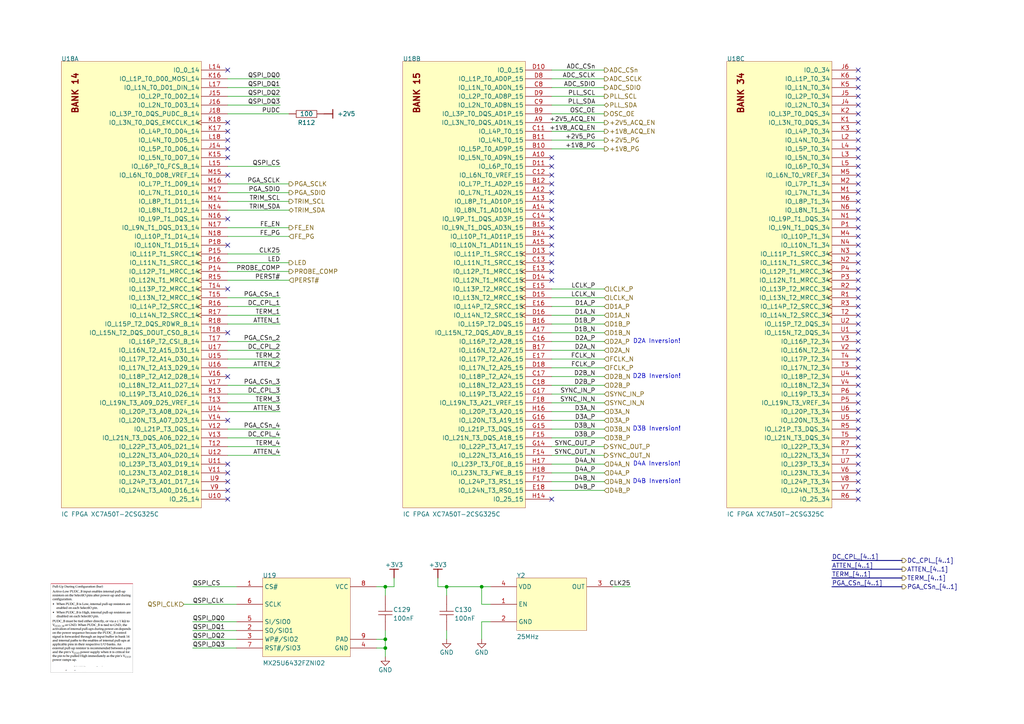
<source format=kicad_sch>
(kicad_sch (version 20241004) (generator "eeschema") (generator_version "8.99")
  (paper "A4")
  (title_block (title "ThunderScope") (rev "5") (company "EEVengers"))
  (text "D3B Inversion!" (at 190.5 124.46 0) (effects (font (size 1.27 1.27))))
  (text "D2A Inversion!" (at 190.5 99.06 0) (effects (font (size 1.27 1.27))))
  (text "D4A Inversion!" (at 190.5 134.62 0) (effects (font (size 1.27 1.27))))
  (text "D2B Inversion!" (at 190.5 109.22 0) (effects (font (size 1.27 1.27))))
  (text "D4B Inversion!" (at 190.5 139.7 0) (effects (font (size 1.27 1.27))))
  (junction (at 111.76 187.96))
  (junction (at 111.76 170.18))
  (junction (at 129.54 170.18))
  (junction (at 111.76 185.42))
  (junction (at 139.7 170.18))
  (no_connect (at 66.04 63.5))
  (no_connect (at 248.92 45.72))
  (no_connect (at 248.92 91.44))
  (no_connect (at 248.92 86.36))
  (no_connect (at 248.92 73.66))
  (no_connect (at 248.92 58.42))
  (no_connect (at 248.92 114.3))
  (no_connect (at 248.92 109.22))
  (no_connect (at 248.92 50.8))
  (no_connect (at 160.02 63.5))
  (no_connect (at 66.04 38.1))
  (no_connect (at 248.92 71.12))
  (no_connect (at 160.02 81.28))
  (no_connect (at 160.02 53.34))
  (no_connect (at 248.92 139.7))
  (no_connect (at 66.04 43.18))
  (no_connect (at 248.92 99.06))
  (no_connect (at 66.04 50.8))
  (no_connect (at 248.92 121.92))
  (no_connect (at 248.92 55.88))
  (no_connect (at 248.92 40.64))
  (no_connect (at 248.92 63.5))
  (no_connect (at 248.92 68.58))
  (no_connect (at 248.92 48.26))
  (no_connect (at 160.02 45.72))
  (no_connect (at 248.92 81.28))
  (no_connect (at 160.02 48.26))
  (no_connect (at 160.02 55.88))
  (no_connect (at 66.04 121.92))
  (no_connect (at 248.92 124.46))
  (no_connect (at 248.92 53.34))
  (no_connect (at 160.02 68.58))
  (no_connect (at 160.02 78.74))
  (no_connect (at 66.04 142.24))
  (no_connect (at 248.92 83.82))
  (no_connect (at 66.04 40.64))
  (no_connect (at 66.04 35.56))
  (no_connect (at 248.92 27.94))
  (no_connect (at 248.92 106.68))
  (no_connect (at 248.92 137.16))
  (no_connect (at 66.04 109.22))
  (no_connect (at 160.02 76.2))
  (no_connect (at 160.02 60.96))
  (no_connect (at 248.92 78.74))
  (no_connect (at 248.92 93.98))
  (no_connect (at 248.92 60.96))
  (no_connect (at 248.92 30.48))
  (no_connect (at 248.92 101.6))
  (no_connect (at 160.02 144.78))
  (no_connect (at 66.04 83.82))
  (no_connect (at 248.92 35.56))
  (no_connect (at 160.02 66.04))
  (no_connect (at 66.04 139.7))
  (no_connect (at 248.92 38.1))
  (no_connect (at 160.02 58.42))
  (no_connect (at 248.92 132.08))
  (no_connect (at 248.92 116.84))
  (no_connect (at 248.92 22.86))
  (no_connect (at 248.92 76.2))
  (no_connect (at 248.92 88.9))
  (no_connect (at 66.04 96.52))
  (no_connect (at 248.92 43.18))
  (no_connect (at 66.04 20.32))
  (no_connect (at 248.92 66.04))
  (no_connect (at 248.92 33.02))
  (no_connect (at 248.92 127))
  (no_connect (at 160.02 50.8))
  (no_connect (at 248.92 25.4))
  (no_connect (at 66.04 137.16))
  (no_connect (at 160.02 71.12))
  (no_connect (at 66.04 144.78))
  (no_connect (at 248.92 104.14))
  (no_connect (at 66.04 45.72))
  (no_connect (at 248.92 119.38))
  (no_connect (at 248.92 20.32))
  (no_connect (at 248.92 142.24))
  (no_connect (at 248.92 134.62))
  (no_connect (at 248.92 96.52))
  (no_connect (at 248.92 144.78))
  (no_connect (at 248.92 129.54))
  (no_connect (at 160.02 73.66))
  (no_connect (at 248.92 111.76))
  (no_connect (at 66.04 134.62))
  (no_connect (at 66.04 71.12))
  (wire (pts (xy 66.04 81.28) (xy 83.82 81.28)))
  (wire (pts (xy 139.7 185.42) (xy 139.7 180.34)))
  (wire (pts (xy 66.04 73.66) (xy 81.28 73.66)))
  (wire (pts (xy 175.26 109.22) (xy 160.02 109.22)))
  (wire (pts (xy 175.26 142.24) (xy 160.02 142.24)))
  (wire (pts (xy 55.88 182.88) (xy 68.58 182.88)))
  (wire (pts (xy 175.26 104.14) (xy 160.02 104.14)))
  (wire (pts (xy 175.26 99.06) (xy 160.02 99.06)))
  (bus (pts (xy 261.62 162.56) (xy 241.3 162.56)) (stroke (width 0.254)))
  (wire (pts (xy 139.7 170.18) (xy 129.54 170.18)))
  (wire (pts (xy 55.88 180.34) (xy 68.58 180.34)))
  (wire (pts (xy 66.04 104.14) (xy 81.28 104.14)))
  (wire (pts (xy 175.26 127) (xy 160.02 127)))
  (wire (pts (xy 66.04 86.36) (xy 81.28 86.36)))
  (wire (pts (xy 175.26 91.44) (xy 160.02 91.44)))
  (wire (pts (xy 66.04 124.46) (xy 81.28 124.46)))
  (wire (pts (xy 66.04 60.96) (xy 83.82 60.96)))
  (wire (pts (xy 127 170.18) (xy 129.54 170.18)))
  (wire (pts (xy 160.02 116.84) (xy 175.26 116.84)))
  (wire (pts (xy 66.04 55.88) (xy 83.82 55.88)))
  (wire (pts (xy 160.02 43.18) (xy 175.26 43.18)))
  (wire (pts (xy 66.04 66.04) (xy 83.82 66.04)))
  (wire (pts (xy 109.22 187.96) (xy 111.76 187.96)))
  (wire (pts (xy 66.04 106.68) (xy 81.28 106.68)))
  (wire (pts (xy 160.02 25.4) (xy 175.26 25.4)))
  (wire (pts (xy 66.04 58.42) (xy 83.82 58.42)))
  (wire (pts (xy 66.04 93.98) (xy 81.28 93.98)))
  (wire (pts (xy 66.04 78.74) (xy 83.82 78.74)))
  (wire (pts (xy 66.04 99.06) (xy 81.28 99.06)))
  (wire (pts (xy 55.88 170.18) (xy 68.58 170.18)))
  (wire (pts (xy 139.7 180.34) (xy 142.24 180.34)))
  (wire (pts (xy 55.88 185.42) (xy 68.58 185.42)))
  (wire (pts (xy 175.26 88.9) (xy 160.02 88.9)))
  (wire (pts (xy 160.02 30.48) (xy 175.26 30.48)))
  (wire (pts (xy 66.04 76.2) (xy 83.82 76.2)))
  (wire (pts (xy 160.02 114.3) (xy 175.26 114.3)))
  (wire (pts (xy 127 167.64) (xy 127 170.18)))
  (wire (pts (xy 66.04 116.84) (xy 81.28 116.84)))
  (wire (pts (xy 66.04 114.3) (xy 81.28 114.3)))
  (wire (pts (xy 111.76 170.18) (xy 114.3 170.18)))
  (wire (pts (xy 160.02 33.02) (xy 175.26 33.02)))
  (bus (pts (xy 261.62 170.18) (xy 241.3 170.18)) (stroke (width 0.254)))
  (wire (pts (xy 175.26 139.7) (xy 160.02 139.7)))
  (wire (pts (xy 66.04 101.6) (xy 81.28 101.6)))
  (wire (pts (xy 177.8 170.18) (xy 182.88 170.18)))
  (wire (pts (xy 175.26 124.46) (xy 160.02 124.46)))
  (wire (pts (xy 111.76 182.88) (xy 111.76 185.42)))
  (wire (pts (xy 175.26 106.68) (xy 160.02 106.68)))
  (wire (pts (xy 68.58 175.26) (xy 53.34 175.26)))
  (wire (pts (xy 109.22 185.42) (xy 111.76 185.42)))
  (wire (pts (xy 55.88 187.96) (xy 68.58 187.96)))
  (wire (pts (xy 66.04 129.54) (xy 81.28 129.54)))
  (wire (pts (xy 129.54 185.42) (xy 129.54 182.88)))
  (wire (pts (xy 66.04 22.86) (xy 81.28 22.86)))
  (wire (pts (xy 142.24 170.18) (xy 139.7 170.18)))
  (wire (pts (xy 160.02 20.32) (xy 175.26 20.32)))
  (wire (pts (xy 139.7 175.26) (xy 139.7 170.18)))
  (wire (pts (xy 175.26 101.6) (xy 160.02 101.6)))
  (wire (pts (xy 66.04 33.02) (xy 83.82 33.02)))
  (wire (pts (xy 66.04 132.08) (xy 81.28 132.08)))
  (wire (pts (xy 66.04 88.9) (xy 81.28 88.9)))
  (wire (pts (xy 66.04 91.44) (xy 81.28 91.44)))
  (wire (pts (xy 114.3 170.18) (xy 114.3 167.64)))
  (wire (pts (xy 111.76 185.42) (xy 111.76 187.96)))
  (wire (pts (xy 175.26 83.82) (xy 160.02 83.82)))
  (wire (pts (xy 175.26 119.38) (xy 160.02 119.38)))
  (wire (pts (xy 175.26 96.52) (xy 160.02 96.52)))
  (wire (pts (xy 175.26 86.36) (xy 160.02 86.36)))
  (wire (pts (xy 111.76 172.72) (xy 111.76 170.18)))
  (wire (pts (xy 111.76 187.96) (xy 111.76 190.5)))
  (wire (pts (xy 175.26 134.62) (xy 160.02 134.62)))
  (wire (pts (xy 175.26 111.76) (xy 160.02 111.76)))
  (wire (pts (xy 160.02 38.1) (xy 175.26 38.1)))
  (wire (pts (xy 66.04 27.94) (xy 81.28 27.94)))
  (wire (pts (xy 160.02 129.54) (xy 175.26 129.54)))
  (wire (pts (xy 160.02 27.94) (xy 175.26 27.94)))
  (bus (pts (xy 261.62 167.64) (xy 241.3 167.64)) (stroke (width 0.254)))
  (wire (pts (xy 175.26 137.16) (xy 160.02 137.16)))
  (wire (pts (xy 160.02 22.86) (xy 175.26 22.86)))
  (wire (pts (xy 66.04 68.58) (xy 83.82 68.58)))
  (wire (pts (xy 109.22 170.18) (xy 111.76 170.18)))
  (wire (pts (xy 66.04 30.48) (xy 81.28 30.48)))
  (wire (pts (xy 66.04 53.34) (xy 83.82 53.34)))
  (wire (pts (xy 175.26 121.92) (xy 160.02 121.92)))
  (wire (pts (xy 66.04 25.4) (xy 81.28 25.4)))
  (wire (pts (xy 160.02 132.08) (xy 175.26 132.08)))
  (wire (pts (xy 142.24 175.26) (xy 139.7 175.26)))
  (wire (pts (xy 160.02 40.64) (xy 175.26 40.64)))
  (wire (pts (xy 160.02 35.56) (xy 175.26 35.56)))
  (wire (pts (xy 175.26 93.98) (xy 160.02 93.98)))
  (wire (pts (xy 66.04 127) (xy 81.28 127)))
  (wire (pts (xy 66.04 48.26) (xy 81.28 48.26)))
  (bus (pts (xy 261.62 165.1) (xy 241.3 165.1)) (stroke (width 0.254)))
  (wire (pts (xy 66.04 119.38) (xy 81.28 119.38)))
  (wire (pts (xy 66.04 111.76) (xy 81.28 111.76)))
  (wire (pts (xy 129.54 170.18) (xy 129.54 172.72)))
  (image (at 26.67 182.1757) (scale 0.21625))
  (label "ATTEN_1" (at 81.28 93.98 180))
  (label "ATTEN_4" (at 81.28 132.08 180))
  (label "D3B_P" (at 172.72 127 180))
  (label "DC_CPL_1" (at 81.28 88.9 180))
  (label "PUDC" (at 81.28 33.02 180))
  (label "QSPI_CS" (at 81.28 48.26 180))
  (label "TRIM_SDA" (at 81.28 60.96 180))
  (label "QSPI_CLK" (at 55.88 175.26 0))
  (label "PROBE_COMP" (at 81.28 78.74 180))
  (label "ATTEN_2" (at 81.28 106.68 180))
  (label "ATTEN_[4..1]" (at 241.3 165.1 0))
  (label "D4B_P" (at 172.72 142.24 180))
  (label "LCLK_P" (at 172.72 83.82 180))
  (label "PGA_CSn_2" (at 81.28 99.06 180))
  (label "PGA_CSn_4" (at 81.28 124.46 180))
  (label "TERM_[4..1]" (at 241.3 167.64 0))
  (label "QSPI_DQ0" (at 81.28 22.86 180))
  (label "TERM_1" (at 81.28 91.44 180))
  (label "D2B_P" (at 172.72 111.76 180))
  (label "D2A_P" (at 172.72 99.06 180))
  (label "QSPI_DQ3" (at 55.88 187.96 0))
  (label "QSPI_DQ1" (at 55.88 182.88 0))
  (label "TERM_4" (at 81.28 129.54 180))
  (label "TRIM_SCL" (at 81.28 58.42 180))
  (label "CLK25" (at 81.28 73.66 180))
  (label "ADC_SDIO" (at 172.72 25.4 180))
  (label "D3A_N" (at 172.72 119.38 180))
  (label "DC_CPL_4" (at 81.28 127 180))
  (label "D4A_P" (at 172.72 137.16 180))
  (label "ADC_SCLK" (at 172.72 22.86 180))
  (label "D4A_N" (at 172.72 134.62 180))
  (label "SYNC_OUT_N" (at 172.72 132.08 180))
  (label "DC_CPL_3" (at 81.28 114.3 180))
  (label "FCLK_P" (at 172.72 106.68 180))
  (label "ATTEN_3" (at 81.28 119.38 180))
  (label "DC_CPL_[4..1]" (at 241.3 162.56 0))
  (label "D3A_P" (at 172.72 121.92 180))
  (label "PGA_CSn_[4..1]" (at 241.3 170.18 0))
  (label "FCLK_N" (at 172.72 104.14 180))
  (label "SYNC_OUT_P" (at 172.72 129.54 180))
  (label "PGA_CSn_1" (at 81.28 86.36 180))
  (label "D2A_N" (at 172.72 101.6 180))
  (label "QSPI_DQ1" (at 81.28 25.4 180))
  (label "OSC_OE" (at 172.72 33.02 180))
  (label "D3B_N" (at 172.72 124.46 180))
  (label "SYNC_IN_P" (at 172.72 114.3 180))
  (label "PLL_SDA" (at 172.72 30.48 180))
  (label "+1V8_PG" (at 172.72 43.18 180))
  (label "D1A_P" (at 172.72 88.9 180))
  (label "LCLK_N" (at 172.72 86.36 180))
  (label "+1V8_ACQ_EN" (at 172.72 38.1 180))
  (label "FE_PG" (at 81.28 68.58 180))
  (label "+2V5_PG" (at 172.72 40.64 180))
  (label "D4B_N" (at 172.72 139.7 180))
  (label "QSPI_DQ2" (at 55.88 185.42 0))
  (label "+2V5_ACQ_EN" (at 172.72 35.56 180))
  (label "PGA_SDIO" (at 81.28 55.88 180))
  (label "PLL_SCL" (at 172.72 27.94 180))
  (label "PGA_SCLK" (at 81.28 53.34 180))
  (label "TERM_3" (at 81.28 116.84 180))
  (label "FE_EN" (at 81.28 66.04 180))
  (label "SYNC_IN_N" (at 172.72 116.84 180))
  (label "LED" (at 81.28 76.2 180))
  (label "ADC_CSn" (at 172.72 20.32 180))
  (label "PERST#" (at 81.28 81.28 180))
  (label "PGA_CSn_3" (at 81.28 111.76 180))
  (label "QSPI_CS" (at 55.88 170.18 0))
  (label "D1A_N" (at 172.72 91.44 180))
  (label "D2B_N" (at 172.72 109.22 180))
  (label "D1B_N" (at 172.72 96.52 180))
  (label "D1B_P" (at 172.72 93.98 180))
  (label "QSPI_DQ2" (at 81.28 27.94 180))
  (label "QSPI_DQ0" (at 55.88 180.34 0))
  (label "CLK25" (at 182.88 170.18 180))
  (label "QSPI_DQ3" (at 81.28 30.48 180))
  (label "TERM_2" (at 81.28 104.14 180))
  (label "DC_CPL_2" (at 81.28 101.6 180))
  (hierarchical_label "+2V5_PG" (shape output) (at 175.26 40.64 0))
  (hierarchical_label "D3A_P" (shape input) (at 175.26 121.92 0))
  (hierarchical_label "FE_EN" (shape output) (at 83.82 66.04 0))
  (hierarchical_label "+2V5_ACQ_EN" (shape output) (at 175.26 35.56 0))
  (hierarchical_label "TRIM_SDA" (shape bidirectional) (at 83.82 60.96 0))
  (hierarchical_label "D2B_N" (shape input) (at 175.26 109.22 0))
  (hierarchical_label "D1A_N" (shape input) (at 175.26 91.44 0))
  (hierarchical_label "D4B_N" (shape input) (at 175.26 139.7 0))
  (hierarchical_label "D2A_N" (shape input) (at 175.26 101.6 0))
  (hierarchical_label "QSPI_CLK" (shape input) (at 53.34 175.26 180))
  (hierarchical_label "FCLK_P" (shape input) (at 175.26 106.68 0))
  (hierarchical_label "D4B_P" (shape input) (at 175.26 142.24 0))
  (hierarchical_label "FCLK_N" (shape input) (at 175.26 104.14 0))
  (hierarchical_label "+1V8_PG" (shape output) (at 175.26 43.18 0))
  (hierarchical_label "D1A_P" (shape input) (at 175.26 88.9 0))
  (hierarchical_label "+1V8_ACQ_EN" (shape output) (at 175.26 38.1 0))
  (hierarchical_label "PGA_SCLK" (shape output) (at 83.82 53.34 0))
  (hierarchical_label "SYNC_IN_N" (shape input) (at 175.26 116.84 0))
  (hierarchical_label "D3A_N" (shape input) (at 175.26 119.38 0))
  (hierarchical_label "OSC_OE" (shape output) (at 175.26 33.02 0))
  (hierarchical_label "D3B_N" (shape input) (at 175.26 124.46 0))
  (hierarchical_label "PGA_SDIO" (shape output) (at 83.82 55.88 0))
  (hierarchical_label "TRIM_SCL" (shape output) (at 83.82 58.42 0))
  (hierarchical_label "D4A_P" (shape input) (at 175.26 137.16 0))
  (hierarchical_label "D3B_P" (shape input) (at 175.26 127 0))
  (hierarchical_label "D4A_N" (shape input) (at 175.26 134.62 0))
  (hierarchical_label "SYNC_OUT_P" (shape output) (at 175.26 129.54 0))
  (hierarchical_label "PROBE_COMP" (shape output) (at 83.82 78.74 0))
  (hierarchical_label "ADC_SDIO" (shape output) (at 175.26 25.4 0))
  (hierarchical_label "D2B_P" (shape input) (at 175.26 111.76 0))
  (hierarchical_label "D1B_N" (shape input) (at 175.26 96.52 0))
  (hierarchical_label "PLL_SDA" (shape bidirectional) (at 175.26 30.48 0))
  (hierarchical_label "PERST#" (shape input) (at 83.82 81.28 0))
  (hierarchical_label "D2A_P" (shape input) (at 175.26 99.06 0))
  (hierarchical_label "ATTEN_[4..1]" (shape output) (at 261.62 165.1 0))
  (hierarchical_label "TERM_[4..1]" (shape output) (at 261.62 167.64 0))
  (hierarchical_label "LCLK_P" (shape input) (at 175.26 83.82 0))
  (hierarchical_label "SYNC_IN_P" (shape input) (at 175.26 114.3 0))
  (hierarchical_label "PLL_SCL" (shape output) (at 175.26 27.94 0))
  (hierarchical_label "FE_PG" (shape input) (at 83.82 68.58 0))
  (hierarchical_label "ADC_CSn" (shape output) (at 175.26 20.32 0))
  (hierarchical_label "SYNC_OUT_N" (shape output) (at 175.26 132.08 0))
  (hierarchical_label "DC_CPL_[4..1]" (shape output) (at 261.62 162.56 0))
  (hierarchical_label "PGA_CSn_[4..1]" (shape output) (at 261.62 170.18 0))
  (hierarchical_label "LCLK_N" (shape input) (at 175.26 86.36 0))
  (hierarchical_label "ADC_SCLK" (shape output) (at 175.26 22.86 0))
  (hierarchical_label "LED" (shape output) (at 83.82 76.2 0))
  (hierarchical_label "D1B_P" (shape input) (at 175.26 93.98 0))
  (symbol (lib_id "Thunderscope_Rev5:+3V3_IO_BAR") (at 114.3 167.64 180) (unit 1)
    (property "Reference" "#PWR0261" (effects (hide yes)))
    (property "Value" "+3V3" (at 114.3 163.83 0))
  )
  (symbol (lib_id "Thunderscope_Rev5:IC FPGA XC7A50T-2CSG325C") (at 116.84 17.78 0) (mirror y) (unit 2)
    (property "Reference" "U18" (at 116.84 17.78 0) (effects (justify right bottom)))
    (property "Value" "IC FPGA XC7A50T-2CSG325C" (at 116.84 149.86 0) (effects (justify right bottom)))
    (property "Footprint" "XILINX_XC7A50T-2CSG325C" (effects (hide yes)))
    (property "Description" "Artix-7 FPGA, 150 User I/Os, 4 GTP, 324-Ball BGA, Speed Grade 2, Commercial Grade, Pb-Free" (effects (hide yes)))
    (property "MANUFACTURER" "Xilinx" (effects (hide yes)))
    (property "HOUSE PART NUMBER" "XC7A50T-2CSG325C" (effects (hide yes)))
    (property "MANUFACTURER PART NUMBER" "XC7A50T-2CSG325C" (effects (hide yes)))
    (property "SUPPLIER 1" "Digi-Key" (effects (hide yes)))
    (property "SUPPLIER PART NUMBER 1" "122-2193-ND" (effects (hide yes)))
  )
  (symbol (lib_id "Thunderscope_Rev5:CAP 100nF 16V X7R 0402") (at 129.54 177.8 0) (unit 1)
    (property "Reference" "C130" (at 131.794 177.546 0) (effects (justify left bottom)))
    (property "Value" "${ALTIUM_VALUE}" (at 131.794 180.086 0) (effects (justify left bottom)))
    (property "Footprint" "GEN_C_0402" (effects (hide yes)))
    (property "PACKAGE" "0402" (effects (hide yes)))
    (property "VOLTAGE RATING" "16V" (effects (hide yes)))
    (property "SUPPLIER 1" "Mouser" (effects (hide yes)))
    (property "SUPPLIER PART NUMBER 1" "81-GCM155R71C104KA5D" (effects (hide yes)))
    (property "ALTIUM_VALUE" "100nF" (effects (hide yes)))
    (property "HOUSE PART NUMBER" "C-100nF-0402-002" (effects (hide yes)))
    (property "MANUFACTURER" "Murata" (effects (hide yes)))
    (property "MANUFACTURER PART NUMBER" "GCM155R71C104KA55D" (effects (hide yes)))
  )
  (symbol (lib_id "Thunderscope_Rev5:GND") (at 129.54 185.42 0) (unit 1)
    (property "Reference" "#PWR0499" (effects (hide yes)))
    (property "Value" "GND" (at 129.54 189.23 0))
    (property "Description" "Power symbol creates a global label with name \"GND\" , ground" (effects (hide yes)))
  )
  (symbol (lib_id "Thunderscope_Rev5:GND") (at 139.7 185.42 0) (unit 1)
    (property "Reference" "#PWR0500" (effects (hide yes)))
    (property "Value" "GND" (at 139.7 189.23 0))
    (property "Description" "Power symbol creates a global label with name \"GND\" , ground" (effects (hide yes)))
  )
  (symbol (lib_id "Thunderscope_Rev5:IC FPGA XC7A50T-2CSG325C") (at 17.78 17.78 0) (mirror y) (unit 1)
    (property "Reference" "U18" (at 17.78 17.78 0) (effects (justify right bottom)))
    (property "Value" "IC FPGA XC7A50T-2CSG325C" (at 17.78 149.86 0) (effects (justify right bottom)))
    (property "Footprint" "XILINX_XC7A50T-2CSG325C" (effects (hide yes)))
    (property "Description" "Artix-7 FPGA, 150 User I/Os, 4 GTP, 324-Ball BGA, Speed Grade 2, Commercial Grade, Pb-Free" (effects (hide yes)))
    (property "MANUFACTURER" "Xilinx" (effects (hide yes)))
    (property "HOUSE PART NUMBER" "XC7A50T-2CSG325C" (effects (hide yes)))
    (property "MANUFACTURER PART NUMBER" "XC7A50T-2CSG325C" (effects (hide yes)))
    (property "SUPPLIER 1" "Digi-Key" (effects (hide yes)))
    (property "SUPPLIER PART NUMBER 1" "122-2193-ND" (effects (hide yes)))
  )
  (symbol (lib_id "Thunderscope_Rev5:+2V5_BAR") (at 93.98 33.02 90) (unit 1)
    (property "Reference" "#PWR0502" (effects (hide yes)))
    (property "Value" "+2V5" (at 97.79 33.02 90) (effects (justify right)))
  )
  (symbol (lib_id "Thunderscope_Rev5:IC FPGA XC7A50T-2CSG325C") (at 210.82 17.78 0) (mirror y) (unit 3)
    (property "Reference" "U18" (at 210.82 17.78 0) (effects (justify right bottom)))
    (property "Value" "IC FPGA XC7A50T-2CSG325C" (at 210.82 149.86 0) (effects (justify right bottom)))
    (property "Footprint" "XILINX_XC7A50T-2CSG325C" (effects (hide yes)))
    (property "Description" "Artix-7 FPGA, 150 User I/Os, 4 GTP, 324-Ball BGA, Speed Grade 2, Commercial Grade, Pb-Free" (effects (hide yes)))
    (property "MANUFACTURER" "Xilinx" (effects (hide yes)))
    (property "HOUSE PART NUMBER" "XC7A50T-2CSG325C" (effects (hide yes)))
    (property "MANUFACTURER PART NUMBER" "XC7A50T-2CSG325C" (effects (hide yes)))
    (property "SUPPLIER 1" "Digi-Key" (effects (hide yes)))
    (property "SUPPLIER PART NUMBER 1" "122-2193-ND" (effects (hide yes)))
  )
  (symbol (lib_id "Thunderscope_Rev5:+3V3_IO_BAR") (at 127 167.64 180) (unit 1)
    (property "Reference" "#PWR0497" (effects (hide yes)))
    (property "Value" "+3V3" (at 127 163.83 0))
  )
  (symbol (lib_id "Thunderscope_Rev5:IC FLASH MX25U6432FZNI02") (at 88.9 177.8 0) (unit 1)
    (property "Reference" "U19" (at 76.2 167.64 0) (effects (justify left bottom)))
    (property "Value" "MX25U6432FZNI02" (at 76.2 193.04 0) (effects (justify left bottom)))
    (property "Footprint" "MX_WSON8" (effects (hide yes)))
    (property "SUPPLIER 1" "Digi-Key" (effects (hide yes)))
    (property "SUPPLIER PART NUMBER 1" "1092-MX25U6432FZNI02-ND" (effects (hide yes)))
    (property "HOUSE PART NUMBER" "MX25U6432FZNI02" (effects (hide yes)))
    (property "MANUFACTURER" "Macronix" (effects (hide yes)))
    (property "MANUFACTURER PART NUMBER" "MX25U6432FZNI02" (effects (hide yes)))
  )
  (symbol (lib_id "Thunderscope_Rev5:GND") (at 111.76 190.5 0) (unit 1)
    (property "Reference" "#PWR0498" (effects (hide yes)))
    (property "Value" "GND" (at 111.76 194.31 0))
    (property "Description" "Power symbol creates a global label with name \"GND\" , ground" (effects (hide yes)))
  )
  (symbol (lib_id "Thunderscope_Rev5:RES 100 OHM 1% 1/10W 0402") (at 88.9 33.02 0) (unit 1)
    (property "Reference" "R112" (at 88.9 35.56 0))
    (property "Value" "${ALTIUM_VALUE}" (at 88.9 33.02 0))
    (property "Footprint" "GEN_R_0402" (effects (hide yes)))
    (property "TOLERANCE" "1%" (effects (hide yes)))
    (property "PACKAGE" "0402" (effects (hide yes)))
    (property "ALTIUM_VALUE" "100" (effects (hide yes)))
    (property "SUPPLIER 1" "Mouser" (effects (hide yes)))
    (property "SUPPLIER PART NUMBER 1" "603-RC0402FR-07100RL" (effects (hide yes)))
    (property "MANUFACTURER" "Yageo" (effects (hide yes)))
    (property "MANUFACTURER PART NUMBER" "RC0402FR-07100RL" (effects (hide yes)))
  )
  (symbol (lib_id "Thunderscope_Rev5:CAP 100nF 16V X7R 0402") (at 111.76 177.8 0) (unit 1)
    (property "Reference" "C129" (at 114.014 177.546 0) (effects (justify left bottom)))
    (property "Value" "${ALTIUM_VALUE}" (at 114.014 180.086 0) (effects (justify left bottom)))
    (property "Footprint" "GEN_C_0402" (effects (hide yes)))
    (property "PACKAGE" "0402" (effects (hide yes)))
    (property "VOLTAGE RATING" "16V" (effects (hide yes)))
    (property "SUPPLIER 1" "Mouser" (effects (hide yes)))
    (property "SUPPLIER PART NUMBER 1" "81-GCM155R71C104KA5D" (effects (hide yes)))
    (property "ALTIUM_VALUE" "100nF" (effects (hide yes)))
    (property "HOUSE PART NUMBER" "C-100nF-0402-002" (effects (hide yes)))
    (property "MANUFACTURER" "Murata" (effects (hide yes)))
    (property "MANUFACTURER PART NUMBER" "GCM155R71C104KA55D" (effects (hide yes)))
  )
  (symbol (lib_id "Thunderscope_Rev5:OSC 25MHz ECS-TXO-2016") (at 160.02 175.26 0) (unit 1)
    (property "Reference" "Y2" (at 149.86 167.64 0) (effects (justify left bottom)))
    (property "Value" "25MHz" (at 149.86 185.42 0) (effects (justify left bottom)))
    (property "Footprint" "ECS_TXO-2016" (effects (hide yes)))
    (property "SUPPLIER 1" "Mouser" (effects (hide yes)))
    (property "SUPPLIER PART NUMBER 1" "520-TXO-2016-33-250T" (effects (hide yes)))
    (property "HOUSE PART NUMBER" "ECS-TXO-2016-33-250-TR" (effects (hide yes)))
    (property "MANUFACTURER" "ECS International" (effects (hide yes)))
    (property "MANUFACTURER PART NUMBER" "ECS-TXO-2016-33-250-TR" (effects (hide yes)))
  )
)
</source>
